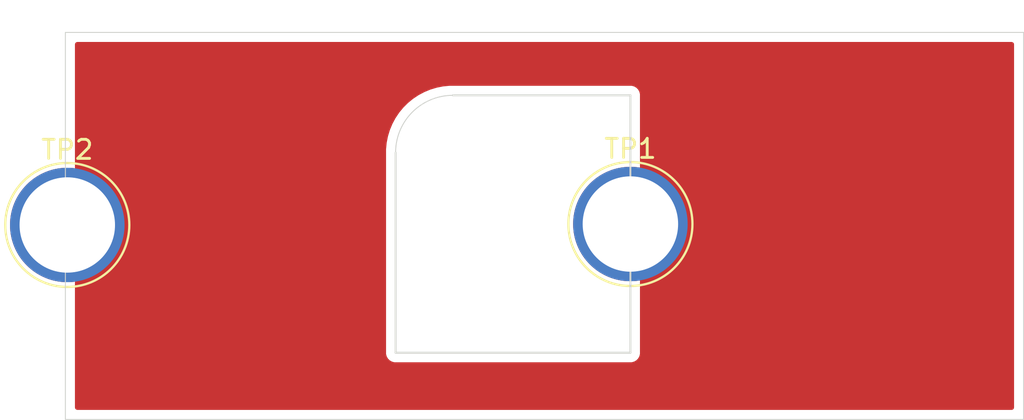
<source format=kicad_pcb>
(kicad_pcb (version 20241229) (generator "pcbnew") (generator_version "9.0")
  (layers (0 "F.Cu" signal) (2 "B.Cu" signal) (13 "F.Paste" user) (15 "B.Paste" user) (5 "F.SilkS" user "F.Silkscreen") (7 "B.SilkS" user "B.Silkscreen") (1 "F.Mask" user) (3 "B.Mask" user) (25 "Edge.Cuts" user))
  (net 0 "")
  (net 1 "Net-(TP1-Pad1)")
  (footprint "TestPoint:TestPoint_Plated_Hole_D5.0mm" (layer "F.Cu") (at 100 100)
    (property "Reference" "TP2" (at 0 -3.948 0) (layer "F.SilkS"))
    (property "Value" "+")
    (fp_circle (center 0 0) (end 0 3.25) (stroke (width 0.12)) (fill no) (layer "F.SilkS"))
    (pad "1" thru_hole circle (at 0 0) (size 6 6) (drill 5) (layers "*.Cu" "*.Mask") (net 1 "Net-(TP1-Pad1)"))
  )
  (footprint "TestPoint:TestPoint_Plated_Hole_D5.0mm" (layer "F.Cu") (at 129.5 99.95)
    (property "Reference" "TP1" (at 0 -3.948 0) (layer "F.SilkS"))
    (property "Value" "-")
    (fp_circle (center 0 0) (end 0 3.25) (stroke (width 0.12)) (fill no) (layer "F.SilkS"))
    (pad "1" thru_hole circle (at 0 0) (size 6 6) (drill 5) (layers "*.Cu" "*.Mask") (net 1 "Net-(TP1-Pad1)"))
  )
  (gr_rect (start 99.9 89.9) (end 150.1 110.2) (stroke (width 0.05)) (fill no) (layer "Edge.Cuts"))
  (gr_line (start 129.5 106.7) (end 117.2 106.7) (stroke (width 0.1)) (layer "Edge.Cuts"))
  (gr_line (start 129.5 93.2) (end 129.5 106.7) (stroke (width 0.1)) (layer "Edge.Cuts"))
  (gr_line (start 117.2 106.7) (end 117.2 96.2) (stroke (width 0.1)) (layer "Edge.Cuts"))
  (gr_line (start 120.2 93.2) (end 129.5 93.2) (stroke (width 0.1)) (layer "Edge.Cuts"))
  (gr_arc (start 117.2 96.2) (mid 118.07868 94.07868) (end 120.2 93.2) (stroke (width 0.05)) (layer "Edge.Cuts"))
  (zone (net 1) (net_name "Net-(TP1-Pad1)") (layer "F.Cu") (connect_pads yes (clearance 0.5)) (min_thickness 0.25) (fill yes (thermal_gap 0.5) (thermal_bridge_width 0.5))
    (polygon (pts (xy 150.1 89.9) (xy 150.1 110.2) (xy 99.3 110.2) (xy 98.8 109.7) (xy 98.8 89.4) (xy 100 88.2) (xy 148.4 88.2)))
  )
)
</source>
